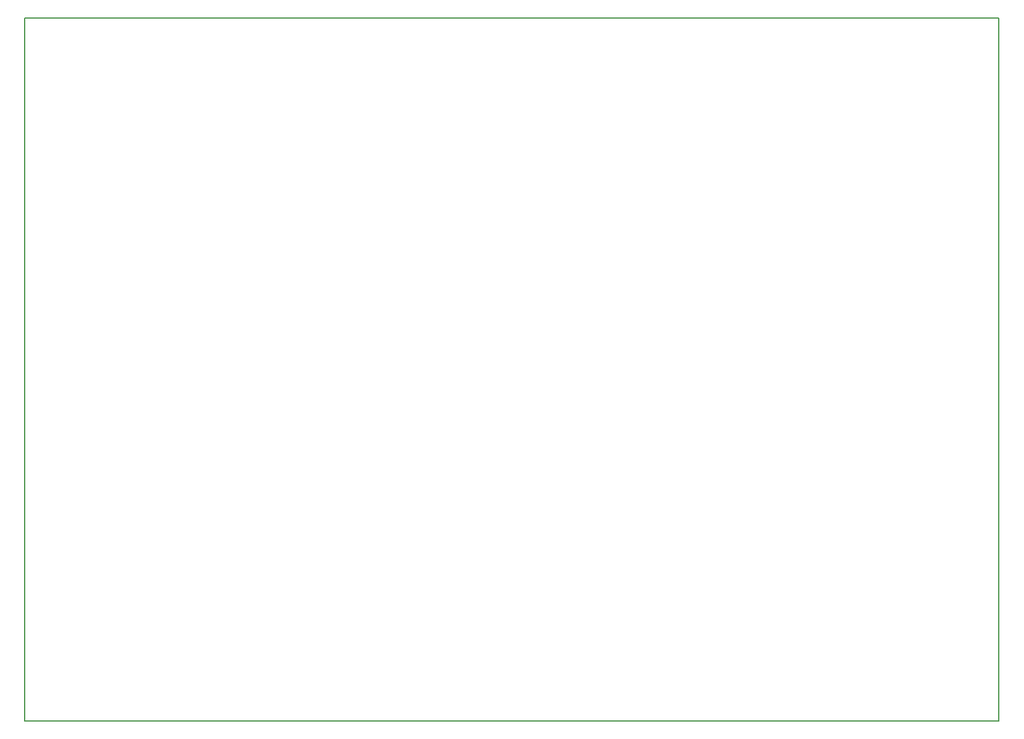
<source format=gbr>
G04 DipTrace 2.4.0.2*
%INBottomAssy.gbr*%
%MOIN*%
%ADD11C,0.006*%
%FSLAX44Y44*%
G04*
G70*
G90*
G75*
G01*
%LNBotAssy*%
%LPD*%
X3940Y42940D2*
D11*
Y3940D1*
X57940D1*
Y42940D1*
X3940D1*
M02*

</source>
